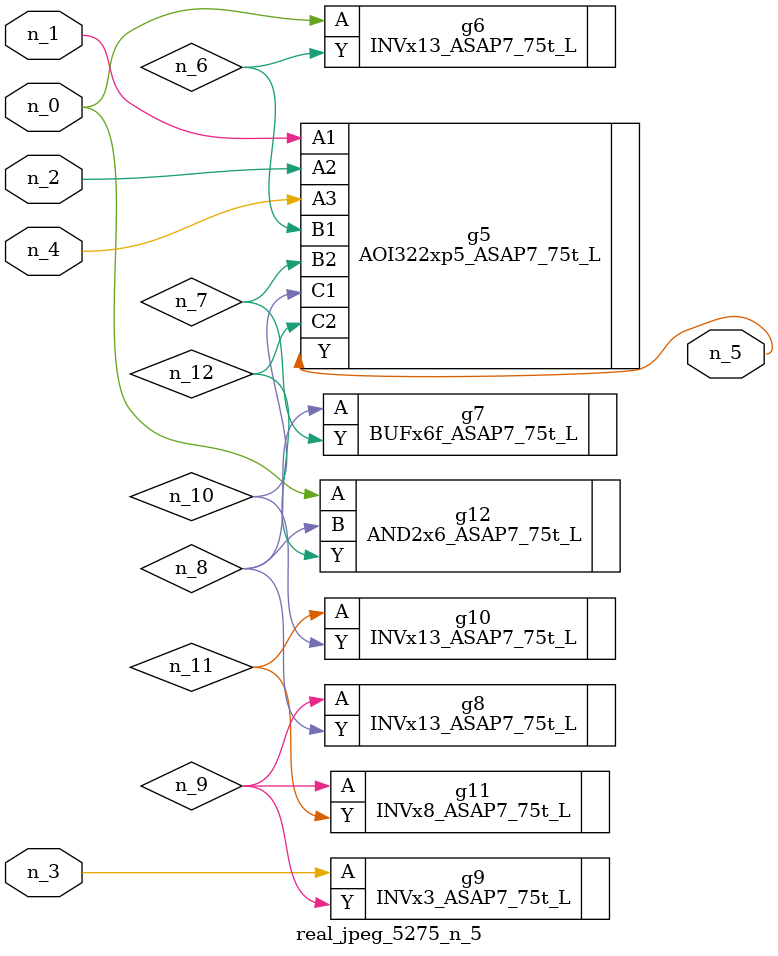
<source format=v>
module real_jpeg_5275_n_5 (n_4, n_0, n_1, n_2, n_3, n_5);

input n_4;
input n_0;
input n_1;
input n_2;
input n_3;

output n_5;

wire n_12;
wire n_8;
wire n_11;
wire n_6;
wire n_7;
wire n_10;
wire n_9;

INVx13_ASAP7_75t_L g6 ( 
.A(n_0),
.Y(n_6)
);

AND2x6_ASAP7_75t_L g12 ( 
.A(n_0),
.B(n_8),
.Y(n_12)
);

AOI322xp5_ASAP7_75t_L g5 ( 
.A1(n_1),
.A2(n_2),
.A3(n_4),
.B1(n_6),
.B2(n_7),
.C1(n_10),
.C2(n_12),
.Y(n_5)
);

INVx3_ASAP7_75t_L g9 ( 
.A(n_3),
.Y(n_9)
);

BUFx6f_ASAP7_75t_L g7 ( 
.A(n_8),
.Y(n_7)
);

INVx13_ASAP7_75t_L g8 ( 
.A(n_9),
.Y(n_8)
);

INVx8_ASAP7_75t_L g11 ( 
.A(n_9),
.Y(n_11)
);

INVx13_ASAP7_75t_L g10 ( 
.A(n_11),
.Y(n_10)
);


endmodule
</source>
